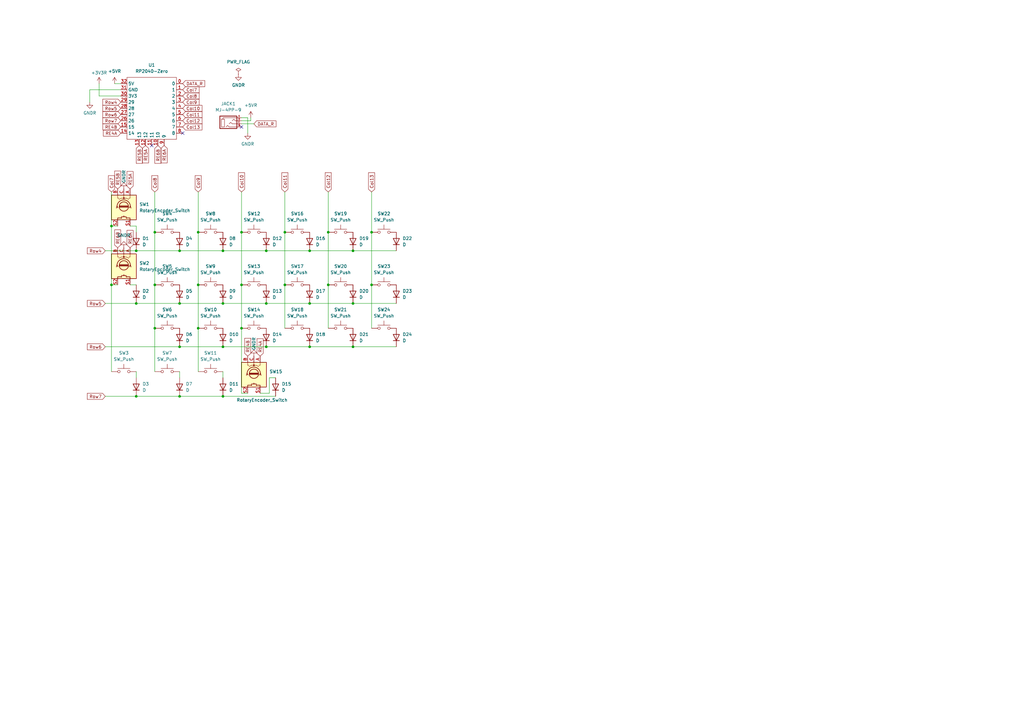
<source format=kicad_sch>
(kicad_sch (version 20231120) (generator "eeschema") (generator_version "8.0")
  (paper "A3")
  (lib_symbols
    (symbol "Device:D" (pin_numbers hide) (pin_names (offset 1.016) hide)
      (property "Reference" "D" (at 0 2.54 0))
      (property "Value" "D" (at 0 -2.54 0))
      (symbol "D_0_1"
        (polyline (pts (xy -1.27 1.27) (xy -1.27 -1.27)) (stroke (width 0.254)))
        (polyline (pts (xy 1.27 0) (xy -1.27 0)))
        (polyline (pts (xy 1.27 1.27) (xy 1.27 -1.27) (xy -1.27 0) (xy 1.27 1.27)) (stroke (width 0.254)))
      )
      (symbol "D_1_1"
        (pin passive line (at -3.81 0 0) (length 2.54) (name "K") (number "1"))
        (pin passive line (at 3.81 0 180) (length 2.54) (name "A") (number "2"))
      )
    )
    (symbol "Device:RotaryEncoder_Switch" (pin_names (offset 0.254) hide)
      (property "Reference" "SW" (at 0 6.604 0))
      (property "Value" "RotaryEncoder_Switch" (at 0 -6.604 0))
      (symbol "RotaryEncoder_Switch_0_1"
        (rectangle (start -5.08 5.08) (end 5.08 -5.08) (stroke (width 0.254)) (fill (type background)))
        (circle (center -3.81 0) (radius 0.254) (fill (type outline)))
        (circle (center -0.381 0) (radius 1.905) (stroke (width 0.254)))
        (arc (start -0.381 2.667) (mid -3.0988 -0.0635) (end -0.381 -2.794) (stroke (width 0.254)))
        (polyline (pts (xy -0.635 -1.778) (xy -0.635 1.778)) (stroke (width 0.254)))
        (polyline (pts (xy -0.381 -1.778) (xy -0.381 1.778)) (stroke (width 0.254)))
        (polyline (pts (xy -0.127 1.778) (xy -0.127 -1.778)) (stroke (width 0.254)))
        (polyline (pts (xy 3.81 0) (xy 3.429 0)) (stroke (width 0.254)))
        (polyline (pts (xy 3.81 1.016) (xy 3.81 -1.016)) (stroke (width 0.254)))
        (polyline (pts (xy -5.08 -2.54) (xy -3.81 -2.54) (xy -3.81 -2.032)))
        (polyline (pts (xy -5.08 2.54) (xy -3.81 2.54) (xy -3.81 2.032)))
        (polyline (pts (xy 0.254 -3.048) (xy -0.508 -2.794) (xy 0.127 -2.413)) (stroke (width 0.254)))
        (polyline (pts (xy 0.254 2.921) (xy -0.508 2.667) (xy 0.127 2.286)) (stroke (width 0.254)))
        (polyline (pts (xy 5.08 -2.54) (xy 4.318 -2.54) (xy 4.318 -1.016)) (stroke (width 0.254)))
        (polyline (pts (xy 5.08 2.54) (xy 4.318 2.54) (xy 4.318 1.016)) (stroke (width 0.254)))
        (polyline (pts (xy -5.08 0) (xy -3.81 0) (xy -3.81 -1.016) (xy -3.302 -2.032)))
        (polyline (pts (xy -4.318 0) (xy -3.81 0) (xy -3.81 1.016) (xy -3.302 2.032)))
        (circle (center 4.318 -1.016) (radius 0.127) (stroke (width 0.254)))
        (circle (center 4.318 1.016) (radius 0.127) (stroke (width 0.254)))
      )
      (symbol "RotaryEncoder_Switch_1_1"
        (pin passive line (at -7.62 2.54 0) (length 2.54) (name "A") (number "A"))
        (pin passive line (at -7.62 -2.54 0) (length 2.54) (name "B") (number "B"))
        (pin passive line (at -7.62 0 0) (length 2.54) (name "C") (number "C"))
        (pin passive line (at 7.62 2.54 180) (length 2.54) (name "S1") (number "S1"))
        (pin passive line (at 7.62 -2.54 180) (length 2.54) (name "S2") (number "S2"))
      )
    )
    (symbol "Switch:SW_Push" (pin_numbers hide) (pin_names (offset 1.016) hide)
      (property "Reference" "SW" (at 1.27 2.54 0))
      (property "Value" "SW_Push" (at 0 -1.524 0))
      (symbol "SW_Push_0_1"
        (circle (center -2.032 0) (radius 0.508))
        (polyline (pts (xy 0 1.27) (xy 0 3.048)))
        (polyline (pts (xy 2.54 1.27) (xy -2.54 1.27)))
        (circle (center 2.032 0) (radius 0.508))
        (pin passive line (at -5.08 0 0) (length 2.54) (name "1") (number "1"))
        (pin passive line (at 5.08 0 180) (length 2.54) (name "2") (number "2"))
      )
    )
    (symbol "isw-mcu:RP2040-Zero"
      (property "Reference" "U" (at 0 17.78 0))
      (property "Value" "RP2040-Zero" (at 0 15.24 0))
      (symbol "RP2040-Zero_0_1"
        (rectangle (start -10.16 12.7) (end 10.16 -12.7))
      )
      (symbol "RP2040-Zero_1_1"
        (pin tri_state line (at 12.7 10.16 180) (length 2.54) (name "0") (number "0"))
        (pin bidirectional line (at 12.7 7.62 180) (length 2.54) (name "1") (number "1"))
        (pin bidirectional line (at 2.54 -15.24 90) (length 2.54) (name "10") (number "10"))
        (pin bidirectional line (at 0 -15.24 90) (length 2.54) (name "11") (number "11"))
        (pin bidirectional line (at -2.54 -15.24 90) (length 2.54) (name "12") (number "12"))
        (pin bidirectional line (at -5.08 -15.24 90) (length 2.54) (name "13") (number "13"))
        (pin bidirectional line (at -12.7 -10.16 0) (length 2.54) (name "14") (number "14"))
        (pin bidirectional line (at -12.7 -7.62 0) (length 2.54) (name "15") (number "15"))
        (pin bidirectional line (at 12.7 5.08 180) (length 2.54) (name "2") (number "2"))
        (pin bidirectional line (at -12.7 -5.08 0) (length 2.54) (name "26") (number "26"))
        (pin bidirectional line (at -12.7 -2.54 0) (length 2.54) (name "27") (number "27"))
        (pin bidirectional line (at -12.7 0 0) (length 2.54) (name "28") (number "28"))
        (pin bidirectional line (at -12.7 2.54 0) (length 2.54) (name "29") (number "29"))
        (pin bidirectional line (at 12.7 2.54 180) (length 2.54) (name "3") (number "3"))
        (pin power_out line (at -12.7 5.08 0) (length 2.54) (name "3V3") (number "30"))
        (pin power_in line (at -12.7 7.62 0) (length 2.54) (name "GND") (number "31"))
        (pin power_out line (at -12.7 10.16 0) (length 2.54) (name "5V") (number "32"))
        (pin bidirectional line (at 12.7 0 180) (length 2.54) (name "4") (number "4"))
        (pin bidirectional line (at 12.7 -2.54 180) (length 2.54) (name "5") (number "5"))
        (pin bidirectional line (at 12.7 -5.08 180) (length 2.54) (name "6") (number "6"))
        (pin bidirectional line (at 12.7 -7.62 180) (length 2.54) (name "7") (number "7"))
        (pin bidirectional line (at 12.7 -10.16 180) (length 2.54) (name "8") (number "8"))
        (pin bidirectional line (at 5.08 -15.24 90) (length 2.54) (name "9") (number "9"))
      )
    )
    (symbol "kbd:+3V3R" (power) (pin_names (offset 0))
      (property "Value" "+3V3R" (at 0 3.556 0))
      (symbol "+3V3R_0_1"
        (polyline (pts (xy -0.762 1.27) (xy 0 2.54)))
        (polyline (pts (xy 0 0) (xy 0 2.54)))
        (polyline (pts (xy 0 2.54) (xy 0.762 1.27)))
      )
      (symbol "+3V3R_1_1"
        (pin power_in line (at 0 0 90) (length 0) hide (name "+3V3R") (number "1"))
      )
    )
    (symbol "kbd:+5VR" (power) (pin_names (offset 0))
      (property "Value" "+5VR" (at 0 3.556 0))
      (symbol "+5VR_0_1"
        (polyline (pts (xy -0.762 1.27) (xy 0 2.54)))
        (polyline (pts (xy 0 0) (xy 0 2.54)))
        (polyline (pts (xy 0 2.54) (xy 0.762 1.27)))
      )
      (symbol "+5VR_1_1"
        (pin power_in line (at 0 0 90) (length 0) hide (name "+5VR") (number "1"))
      )
    )
    (symbol "kbd:GNDR" (power) (pin_names (offset 0))
      (property "Value" "GNDR" (at 0 -3.81 0))
      (symbol "GNDR_0_1"
        (polyline (pts (xy 0 0) (xy 0 -1.27) (xy 1.27 -1.27) (xy 0 -2.54) (xy -1.27 -1.27) (xy 0 -1.27)))
      )
      (symbol "GNDR_1_1"
        (pin power_in line (at 0 0 270) (length 0) hide (name "GNDR") (number "1"))
      )
    )
    (symbol "kbd:MJ-4PP-9" (pin_names (offset 1.016))
      (property "Reference" "J" (at 0 3.81 0))
      (property "Value" "MJ-4PP-9" (at 0 -3.81 0))
      (symbol "MJ-4PP-9_0_1"
        (rectangle (start -1.905 -1.905) (end -3.175 1.27))
        (polyline (pts (xy -2.54 1.27) (xy -2.54 1.905) (xy 3.175 1.905)))
        (polyline (pts (xy -1.27 -1.905) (xy -0.635 -1.27) (xy 0 -1.905) (xy 3.175 -1.905)))
        (polyline (pts (xy 0 -0.635) (xy 0.635 0) (xy 1.27 -0.635) (xy 3.175 -0.635)))
        (polyline (pts (xy 1.27 0.635) (xy 1.905 1.27) (xy 2.54 0.635) (xy 3.175 0.635)))
        (rectangle (start 3.175 2.54) (end -3.81 -2.54) (stroke (width 0.3048)))
      )
      (symbol "MJ-4PP-9_1_1"
        (pin input line (at 5.08 1.905 180) (length 2.0066) (name "~") (number "A"))
        (pin input line (at 5.08 -1.905 180) (length 2.0066) (name "~") (number "B"))
        (pin input line (at 5.08 -0.635 180) (length 2.0066) (name "~") (number "C"))
        (pin input line (at 5.08 0.635 180) (length 2.0066) (name "~") (number "D"))
      )
    )
    (symbol "power:PWR_FLAG" (power) (pin_numbers hide) (pin_names (offset 0) hide)
      (property "Value" "PWR_FLAG" (at 0 3.81 0))
      (symbol "PWR_FLAG_0_0"
        (pin power_out line (at 0 0 90) (length 0) (name "~") (number "1"))
      )
      (symbol "PWR_FLAG_0_1"
        (polyline (pts (xy 0 0) (xy 0 1.27) (xy -1.016 1.905) (xy 0 2.54) (xy 1.016 1.905) (xy 0 1.27)))
      )
    )
  )
  (junction (at 91.44 162.56))
  (junction (at 116.84 116.84))
  (junction (at 99.06 95.25))
  (junction (at 109.22 102.87))
  (junction (at 55.88 162.56))
  (junction (at 63.5 116.84))
  (junction (at 45.72 116.84))
  (junction (at 81.28 134.62))
  (junction (at 45.72 92.71))
  (junction (at 127 142.24))
  (junction (at 109.22 142.24))
  (junction (at 91.44 102.87))
  (junction (at 109.22 124.46))
  (junction (at 99.06 134.62))
  (junction (at 134.62 116.84))
  (junction (at 63.5 95.25))
  (junction (at 144.78 142.24))
  (junction (at 144.78 124.46))
  (junction (at 91.44 124.46))
  (junction (at 81.28 95.25))
  (junction (at 152.4 95.25))
  (junction (at 55.88 102.87))
  (junction (at 134.62 95.25))
  (junction (at 127 102.87))
  (junction (at 81.28 116.84))
  (junction (at 73.66 102.87))
  (junction (at 99.06 116.84))
  (junction (at 116.84 95.25))
  (junction (at 73.66 124.46))
  (junction (at 127 124.46))
  (junction (at 73.66 142.24))
  (junction (at 91.44 142.24))
  (junction (at 144.78 102.87))
  (junction (at 63.5 134.62))
  (junction (at 55.88 124.46))
  (junction (at 73.66 162.56))
  (junction (at 152.4 116.84))
  (no_connect (at 99.06 52.07))
  (no_connect (at 62.23 59.69))
  (no_connect (at 74.93 54.61))
  (wire (pts (xy 134.62 116.84) (xy 134.62 134.62)))
  (wire (pts (xy 116.84 95.25) (xy 116.84 116.84)))
  (wire (pts (xy 99.06 95.25) (xy 99.06 116.84)))
  (wire (pts (xy 152.4 95.25) (xy 152.4 116.84)))
  (wire (pts (xy 99.06 48.26) (xy 101.6 48.26)))
  (wire (pts (xy 102.87 49.53) (xy 99.06 49.53)))
  (wire (pts (xy 43.18 142.24) (xy 73.66 142.24)))
  (wire (pts (xy 73.66 142.24) (xy 91.44 142.24)))
  (wire (pts (xy 81.28 134.62) (xy 81.28 152.4)))
  (wire (pts (xy 73.66 162.56) (xy 91.44 162.56)))
  (wire (pts (xy 45.72 92.71) (xy 48.26 92.71)))
  (wire (pts (xy 63.5 116.84) (xy 63.5 134.62)))
  (wire (pts (xy 99.06 78.74) (xy 99.06 95.25)))
  (wire (pts (xy 43.18 102.87) (xy 55.88 102.87)))
  (wire (pts (xy 43.18 124.46) (xy 55.88 124.46)))
  (wire (pts (xy 36.83 41.91) (xy 36.83 36.83)))
  (wire (pts (xy 45.72 78.74) (xy 45.72 92.71)))
  (wire (pts (xy 109.22 102.87) (xy 127 102.87)))
  (wire (pts (xy 127 124.46) (xy 144.78 124.46)))
  (wire (pts (xy 144.78 142.24) (xy 162.56 142.24)))
  (wire (pts (xy 116.84 78.74) (xy 116.84 95.25)))
  (wire (pts (xy 102.87 48.26) (xy 102.87 49.53)))
  (wire (pts (xy 110.49 161.29) (xy 106.68 161.29)))
  (wire (pts (xy 113.03 162.56) (xy 91.44 162.56)))
  (wire (pts (xy 73.66 124.46) (xy 91.44 124.46)))
  (wire (pts (xy 45.72 116.84) (xy 45.72 152.4)))
  (wire (pts (xy 127 142.24) (xy 144.78 142.24)))
  (wire (pts (xy 110.49 154.94) (xy 110.49 161.29)))
  (wire (pts (xy 109.22 124.46) (xy 127 124.46)))
  (wire (pts (xy 152.4 116.84) (xy 152.4 134.62)))
  (wire (pts (xy 36.83 36.83) (xy 49.53 36.83)))
  (wire (pts (xy 101.6 48.26) (xy 101.6 54.61)))
  (wire (pts (xy 152.4 78.74) (xy 152.4 95.25)))
  (wire (pts (xy 45.72 92.71) (xy 45.72 116.84)))
  (wire (pts (xy 55.88 102.87) (xy 73.66 102.87)))
  (wire (pts (xy 63.5 95.25) (xy 63.5 116.84)))
  (wire (pts (xy 55.88 124.46) (xy 73.66 124.46)))
  (wire (pts (xy 101.6 161.29) (xy 99.06 161.29)))
  (wire (pts (xy 43.18 162.56) (xy 55.88 162.56)))
  (wire (pts (xy 91.44 102.87) (xy 109.22 102.87)))
  (wire (pts (xy 45.72 116.84) (xy 48.26 116.84)))
  (wire (pts (xy 63.5 134.62) (xy 63.5 152.4)))
  (wire (pts (xy 40.64 39.37) (xy 49.53 39.37)))
  (wire (pts (xy 55.88 92.71) (xy 55.88 95.25)))
  (wire (pts (xy 144.78 124.46) (xy 162.56 124.46)))
  (wire (pts (xy 134.62 95.25) (xy 134.62 116.84)))
  (wire (pts (xy 53.34 116.84) (xy 55.88 116.84)))
  (wire (pts (xy 81.28 116.84) (xy 81.28 134.62)))
  (wire (pts (xy 55.88 162.56) (xy 73.66 162.56)))
  (wire (pts (xy 113.03 154.94) (xy 110.49 154.94)))
  (wire (pts (xy 109.22 142.24) (xy 127 142.24)))
  (wire (pts (xy 99.06 116.84) (xy 99.06 134.62)))
  (wire (pts (xy 91.44 142.24) (xy 109.22 142.24)))
  (wire (pts (xy 144.78 102.87) (xy 162.56 102.87)))
  (wire (pts (xy 53.34 92.71) (xy 55.88 92.71)))
  (wire (pts (xy 116.84 116.84) (xy 116.84 134.62)))
  (wire (pts (xy 81.28 95.25) (xy 81.28 116.84)))
  (wire (pts (xy 127 102.87) (xy 144.78 102.87)))
  (wire (pts (xy 73.66 102.87) (xy 91.44 102.87)))
  (wire (pts (xy 81.28 78.74) (xy 81.28 95.25)))
  (wire (pts (xy 99.06 134.62) (xy 99.06 161.29)))
  (wire (pts (xy 91.44 154.94) (xy 91.44 152.4)))
  (wire (pts (xy 73.66 154.94) (xy 73.66 152.4)))
  (wire (pts (xy 63.5 78.74) (xy 63.5 95.25)))
  (wire (pts (xy 46.99 34.29) (xy 49.53 34.29)))
  (wire (pts (xy 55.88 154.94) (xy 55.88 152.4)))
  (wire (pts (xy 134.62 78.74) (xy 134.62 95.25)))
  (wire (pts (xy 91.44 124.46) (xy 109.22 124.46)))
  (wire (pts (xy 99.06 50.8) (xy 104.14 50.8)))
  (wire (pts (xy 40.64 34.29) (xy 40.64 39.37)))
  (global_label "Row6" (shape input) (at 43.18 142.24 180) (property "Intersheetrefs" "${INTERSHEET_REFS}" (effects (hide yes))))
  (global_label "Col13" (shape input) (at 74.93 52.07 0) (property "Intersheetrefs" "${INTERSHEET_REFS}" (effects (hide yes))))
  (global_label "Col10" (shape input) (at 74.93 44.45 0) (property "Intersheetrefs" "${INTERSHEET_REFS}" (effects (hide yes))))
  (global_label "RE4A" (shape input) (at 49.53 54.61 180) (property "Intersheetrefs" "${INTERSHEET_REFS}" (effects (hide yes))))
  (global_label "Row4" (shape input) (at 49.53 41.91 180) (property "Intersheetrefs" "${INTERSHEET_REFS}" (effects (hide yes))))
  (global_label "Col8" (shape input) (at 74.93 39.37 0) (property "Intersheetrefs" "${INTERSHEET_REFS}" (effects (hide yes))))
  (global_label "Col9" (shape input) (at 74.93 41.91 0) (property "Intersheetrefs" "${INTERSHEET_REFS}" (effects (hide yes))))
  (global_label "Col7" (shape input) (at 74.93 36.83 0) (property "Intersheetrefs" "${INTERSHEET_REFS}" (effects (hide yes))))
  (global_label "DATA_R" (shape input) (at 104.14 50.8 0) (property "Intersheetrefs" "${INTERSHEET_REFS}" (effects (hide yes))))
  (global_label "RE6A" (shape input) (at 53.34 101.6 90) (property "Intersheetrefs" "${INTERSHEET_REFS}" (effects (hide yes))))
  (global_label "Row5" (shape input) (at 43.18 124.46 180) (property "Intersheetrefs" "${INTERSHEET_REFS}" (effects (hide yes))))
  (global_label "Row4" (shape input) (at 43.18 102.87 180) (property "Intersheetrefs" "${INTERSHEET_REFS}" (effects (hide yes))))
  (global_label "RE5A" (shape input) (at 53.34 77.47 90) (property "Intersheetrefs" "${INTERSHEET_REFS}" (effects (hide yes))))
  (global_label "Col11" (shape input) (at 116.84 78.74 90) (property "Intersheetrefs" "${INTERSHEET_REFS}" (effects (hide yes))))
  (global_label "RE6B" (shape input) (at 64.77 59.69 270) (property "Intersheetrefs" "${INTERSHEET_REFS}" (effects (hide yes))))
  (global_label "RE4B" (shape input) (at 49.53 52.07 180) (property "Intersheetrefs" "${INTERSHEET_REFS}" (effects (hide yes))))
  (global_label "Row5" (shape input) (at 49.53 44.45 180) (property "Intersheetrefs" "${INTERSHEET_REFS}" (effects (hide yes))))
  (global_label "RE6B" (shape input) (at 48.26 101.6 90) (property "Intersheetrefs" "${INTERSHEET_REFS}" (effects (hide yes))))
  (global_label "Col11" (shape input) (at 74.93 46.99 0) (property "Intersheetrefs" "${INTERSHEET_REFS}" (effects (hide yes))))
  (global_label "Col12" (shape input) (at 134.62 78.74 90) (property "Intersheetrefs" "${INTERSHEET_REFS}" (effects (hide yes))))
  (global_label "DATA_R" (shape input) (at 74.93 34.29 0) (property "Intersheetrefs" "${INTERSHEET_REFS}" (effects (hide yes))))
  (global_label "Col7" (shape input) (at 45.72 78.74 90) (property "Intersheetrefs" "${INTERSHEET_REFS}" (effects (hide yes))))
  (global_label "RE6A" (shape input) (at 67.31 59.69 270) (property "Intersheetrefs" "${INTERSHEET_REFS}" (effects (hide yes))))
  (global_label "Col12" (shape input) (at 74.93 49.53 0) (property "Intersheetrefs" "${INTERSHEET_REFS}" (effects (hide yes))))
  (global_label "RE5B" (shape input) (at 57.15 59.69 270) (property "Intersheetrefs" "${INTERSHEET_REFS}" (effects (hide yes))))
  (global_label "RE4B" (shape input) (at 101.6 146.05 90) (property "Intersheetrefs" "${INTERSHEET_REFS}" (effects (hide yes))))
  (global_label "Col13" (shape input) (at 152.4 78.74 90) (property "Intersheetrefs" "${INTERSHEET_REFS}" (effects (hide yes))))
  (global_label "Col9" (shape input) (at 81.28 78.74 90) (property "Intersheetrefs" "${INTERSHEET_REFS}" (effects (hide yes))))
  (global_label "Row7" (shape input) (at 43.18 162.56 180) (property "Intersheetrefs" "${INTERSHEET_REFS}" (effects (hide yes))))
  (global_label "Col10" (shape input) (at 99.06 78.74 90) (property "Intersheetrefs" "${INTERSHEET_REFS}" (effects (hide yes))))
  (global_label "RE4A" (shape input) (at 106.68 146.05 90) (property "Intersheetrefs" "${INTERSHEET_REFS}" (effects (hide yes))))
  (global_label "RE5A" (shape input) (at 59.69 59.69 270) (property "Intersheetrefs" "${INTERSHEET_REFS}" (effects (hide yes))))
  (global_label "RE5B" (shape input) (at 48.26 77.47 90) (property "Intersheetrefs" "${INTERSHEET_REFS}" (effects (hide yes))))
  (global_label "Row6" (shape input) (at 49.53 46.99 180) (property "Intersheetrefs" "${INTERSHEET_REFS}" (effects (hide yes))))
  (global_label "Row7" (shape input) (at 49.53 49.53 180) (property "Intersheetrefs" "${INTERSHEET_REFS}" (effects (hide yes))))
  (global_label "Col8" (shape input) (at 63.5 78.74 90) (property "Intersheetrefs" "${INTERSHEET_REFS}" (effects (hide yes))))
  (symbol (lib_id "Switch:SW_Push") (at 121.92 116.84 0) (unit 1)
    (property "Reference" "SW17" (at 121.92 109.22 0))
    (property "Value" "SW_Push" (at 121.92 111.76 0))
    (property "Footprint" "taka_lib:Kailh FullPOM MX_Hotswap" (effects (hide yes)))
    (property "Description" "Push button switch, generic, two pins" (effects (hide yes)))
  )
  (symbol (lib_id "Device:D") (at 162.56 99.06 90) (unit 1)
    (property "Reference" "D22" (at 165.1 97.7899 90) (effects (justify right)))
    (property "Value" "D" (at 165.1 100.3299 90) (effects (justify right)))
    (property "Footprint" "kbd_Parts:Diode_SMD" (effects (hide yes)))
    (property "Description" "Diode" (effects (hide yes)))
    (property "Sim.Device" "D" (effects (hide yes)))
    (property "Sim.Pins" "1=K 2=A" (effects (hide yes)))
  )
  (symbol (lib_id "Switch:SW_Push") (at 68.58 116.84 0) (unit 1)
    (property "Reference" "SW5" (at 68.58 109.22 0))
    (property "Value" "SW_Push" (at 68.58 111.76 0))
    (property "Footprint" "taka_lib:Kailh FullPOM MX_Hotswap" (effects (hide yes)))
    (property "Description" "Push button switch, generic, two pins" (effects (hide yes)))
  )
  (symbol (lib_id "Device:D") (at 162.56 120.65 90) (unit 1)
    (property "Reference" "D23" (at 165.1 119.3799 90) (effects (justify right)))
    (property "Value" "D" (at 165.1 121.9199 90) (effects (justify right)))
    (property "Footprint" "kbd_Parts:Diode_SMD" (effects (hide yes)))
    (property "Description" "Diode" (effects (hide yes)))
    (property "Sim.Device" "D" (effects (hide yes)))
    (property "Sim.Pins" "1=K 2=A" (effects (hide yes)))
  )
  (symbol (lib_id "Device:D") (at 91.44 158.75 90) (unit 1)
    (property "Reference" "D11" (at 93.98 157.4799 90) (effects (justify right)))
    (property "Value" "D" (at 93.98 160.0199 90) (effects (justify right)))
    (property "Footprint" "kbd_Parts:Diode_SMD" (effects (hide yes)))
    (property "Description" "Diode" (effects (hide yes)))
    (property "Sim.Device" "D" (effects (hide yes)))
    (property "Sim.Pins" "1=K 2=A" (effects (hide yes)))
  )
  (symbol (lib_id "kbd:GNDR") (at 50.8 77.47 180) (unit 1)
    (property "Reference" "#PWR04" (effects (hide yes)))
    (property "Value" "GNDR" (at 50.8 72.39 90))
  )
  (symbol (lib_id "kbd:MJ-4PP-9") (at 93.98 50.165 0) (unit 1)
    (property "Reference" "JACK1" (at 93.6625 42.545 0))
    (property "Value" "MJ-4PP-9" (at 93.6625 45.085 0))
    (property "Footprint" "taka_lib:TRRS_MJ-4PP-9_1" (effects (hide yes)))
  )
  (symbol (lib_id "kbd:GNDR") (at 50.8 101.6 180) (unit 1)
    (property "Reference" "#PWR05" (effects (hide yes)))
    (property "Value" "GNDR" (at 50.8 96.52 0))
  )
  (symbol (lib_id "Device:D") (at 127 99.06 90) (unit 1)
    (property "Reference" "D16" (at 129.54 97.7899 90) (effects (justify right)))
    (property "Value" "D" (at 129.54 100.3299 90) (effects (justify right)))
    (property "Footprint" "kbd_Parts:Diode_SMD" (effects (hide yes)))
    (property "Description" "Diode" (effects (hide yes)))
    (property "Sim.Device" "D" (effects (hide yes)))
    (property "Sim.Pins" "1=K 2=A" (effects (hide yes)))
  )
  (symbol (lib_id "Switch:SW_Push") (at 139.7 116.84 0) (unit 1)
    (property "Reference" "SW20" (at 139.7 109.22 0))
    (property "Value" "SW_Push" (at 139.7 111.76 0))
    (property "Footprint" "taka_lib:Kailh FullPOM MX_Hotswap" (effects (hide yes)))
    (property "Description" "Push button switch, generic, two pins" (effects (hide yes)))
  )
  (symbol (lib_id "Switch:SW_Push") (at 68.58 134.62 0) (unit 1)
    (property "Reference" "SW6" (at 68.58 127 0))
    (property "Value" "SW_Push" (at 68.58 129.54 0))
    (property "Footprint" "taka_lib:Kailh FullPOM MX_Hotswap" (effects (hide yes)))
    (property "Description" "Push button switch, generic, two pins" (effects (hide yes)))
  )
  (symbol (lib_id "Device:D") (at 55.88 158.75 90) (unit 1)
    (property "Reference" "D3" (at 58.42 157.4799 90) (effects (justify right)))
    (property "Value" "D" (at 58.42 160.0199 90) (effects (justify right)))
    (property "Footprint" "kbd_Parts:Diode_SMD" (effects (hide yes)))
    (property "Description" "Diode" (effects (hide yes)))
    (property "Sim.Device" "D" (effects (hide yes)))
    (property "Sim.Pins" "1=K 2=A" (effects (hide yes)))
  )
  (symbol (lib_id "Switch:SW_Push") (at 104.14 95.25 0) (unit 1)
    (property "Reference" "SW12" (at 104.14 87.63 0))
    (property "Value" "SW_Push" (at 104.14 90.17 0))
    (property "Footprint" "taka_lib:Kailh FullPOM MX_Hotswap" (effects (hide yes)))
    (property "Description" "Push button switch, generic, two pins" (effects (hide yes)))
  )
  (symbol (lib_id "Switch:SW_Push") (at 121.92 95.25 0) (unit 1)
    (property "Reference" "SW16" (at 121.92 87.63 0))
    (property "Value" "SW_Push" (at 121.92 90.17 0))
    (property "Footprint" "taka_lib:Kailh FullPOM MX_Hotswap" (effects (hide yes)))
    (property "Description" "Push button switch, generic, two pins" (effects (hide yes)))
  )
  (symbol (lib_id "Device:RotaryEncoder_Switch") (at 50.8 85.09 270) (unit 1)
    (property "Reference" "SW1" (at 57.15 83.8199 90) (effects (justify left)))
    (property "Value" "RotaryEncoder_Switch" (at 57.15 86.36 90) (effects (justify left)))
    (property "Footprint" "taka_lib:Kailh FullPOM MX_Hotswap_RE" (effects (hide yes)))
    (property "Description" "Rotary encoder, dual channel, incremental quadrate outputs, with switch" (effects (hide yes)))
  )
  (symbol (lib_id "Switch:SW_Push") (at 104.14 116.84 0) (unit 1)
    (property "Reference" "SW13" (at 104.14 109.22 0))
    (property "Value" "SW_Push" (at 104.14 111.76 0))
    (property "Footprint" "taka_lib:Kailh FullPOM MX_Hotswap" (effects (hide yes)))
    (property "Description" "Push button switch, generic, two pins" (effects (hide yes)))
  )
  (symbol (lib_id "kbd:+5VR") (at 102.87 48.26 0) (unit 1)
    (property "Reference" "#PWR08" (effects (hide yes)))
    (property "Value" "+5VR" (at 102.87 43.18 0))
  )
  (symbol (lib_id "Device:D") (at 109.22 99.06 90) (unit 1)
    (property "Reference" "D12" (at 111.76 97.7899 90) (effects (justify right)))
    (property "Value" "D" (at 111.76 100.3299 90) (effects (justify right)))
    (property "Footprint" "kbd_Parts:Diode_SMD" (effects (hide yes)))
    (property "Description" "Diode" (effects (hide yes)))
    (property "Sim.Device" "D" (effects (hide yes)))
    (property "Sim.Pins" "1=K 2=A" (effects (hide yes)))
  )
  (symbol (lib_id "Device:RotaryEncoder_Switch") (at 104.14 153.67 270) (unit 1)
    (property "Reference" "SW15" (at 110.49 152.3999 90) (effects (justify left)))
    (property "Value" "RotaryEncoder_Switch" (at 97.028 164.084 90) (effects (justify left)))
    (property "Footprint" "taka_lib:Kailh FullPOM MX_Hotswap_RE" (effects (hide yes)))
    (property "Description" "Rotary encoder, dual channel, incremental quadrate outputs, with switch" (effects (hide yes)))
  )
  (symbol (lib_id "Device:D") (at 91.44 99.06 90) (unit 1)
    (property "Reference" "D8" (at 93.98 97.7899 90) (effects (justify right)))
    (property "Value" "D" (at 93.98 100.3299 90) (effects (justify right)))
    (property "Footprint" "kbd_Parts:Diode_SMD" (effects (hide yes)))
    (property "Description" "Diode" (effects (hide yes)))
    (property "Sim.Device" "D" (effects (hide yes)))
    (property "Sim.Pins" "1=K 2=A" (effects (hide yes)))
  )
  (symbol (lib_id "Switch:SW_Push") (at 157.48 134.62 0) (unit 1)
    (property "Reference" "SW24" (at 157.48 127 0))
    (property "Value" "SW_Push" (at 157.48 129.54 0))
    (property "Footprint" "taka_lib:Kailh FullPOM MX_Hotswap" (effects (hide yes)))
    (property "Description" "Push button switch, generic, two pins" (effects (hide yes)))
  )
  (symbol (lib_id "Device:D") (at 55.88 99.06 90) (unit 1)
    (property "Reference" "D1" (at 58.42 97.7899 90) (effects (justify right)))
    (property "Value" "D" (at 58.42 100.3299 90) (effects (justify right)))
    (property "Footprint" "kbd_Parts:Diode_SMD" (effects (hide yes)))
    (property "Description" "Diode" (effects (hide yes)))
    (property "Sim.Device" "D" (effects (hide yes)))
    (property "Sim.Pins" "1=K 2=A" (effects (hide yes)))
  )
  (symbol (lib_id "Device:D") (at 73.66 120.65 90) (unit 1)
    (property "Reference" "D5" (at 76.2 119.3799 90) (effects (justify right)))
    (property "Value" "D" (at 76.2 121.9199 90) (effects (justify right)))
    (property "Footprint" "kbd_Parts:Diode_SMD" (effects (hide yes)))
    (property "Description" "Diode" (effects (hide yes)))
    (property "Sim.Device" "D" (effects (hide yes)))
    (property "Sim.Pins" "1=K 2=A" (effects (hide yes)))
  )
  (symbol (lib_id "Switch:SW_Push") (at 68.58 152.4 0) (unit 1)
    (property "Reference" "SW7" (at 68.58 144.78 0))
    (property "Value" "SW_Push" (at 68.58 147.32 0))
    (property "Footprint" "taka_lib:Kailh FullPOM MX_Hotswap" (effects (hide yes)))
    (property "Description" "Push button switch, generic, two pins" (effects (hide yes)))
  )
  (symbol (lib_id "kbd:+5VR") (at 46.99 34.29 0) (unit 1)
    (property "Reference" "#PWR03" (effects (hide yes)))
    (property "Value" "+5VR" (at 46.99 29.21 0))
  )
  (symbol (lib_id "kbd:+3V3R") (at 40.64 34.29 0) (unit 1)
    (property "Reference" "#PWR02" (effects (hide yes)))
    (property "Value" "+3V3R" (at 40.64 29.845 0))
  )
  (symbol (lib_id "Device:D") (at 73.66 158.75 90) (unit 1)
    (property "Reference" "D7" (at 76.2 157.4799 90) (effects (justify right)))
    (property "Value" "D" (at 76.2 160.0199 90) (effects (justify right)))
    (property "Footprint" "kbd_Parts:Diode_SMD" (effects (hide yes)))
    (property "Description" "Diode" (effects (hide yes)))
    (property "Sim.Device" "D" (effects (hide yes)))
    (property "Sim.Pins" "1=K 2=A" (effects (hide yes)))
  )
  (symbol (lib_id "Device:D") (at 109.22 138.43 90) (unit 1)
    (property "Reference" "D14" (at 111.76 137.1599 90) (effects (justify right)))
    (property "Value" "D" (at 111.76 139.6999 90) (effects (justify right)))
    (property "Footprint" "kbd_Parts:Diode_SMD" (effects (hide yes)))
    (property "Description" "Diode" (effects (hide yes)))
    (property "Sim.Device" "D" (effects (hide yes)))
    (property "Sim.Pins" "1=K 2=A" (effects (hide yes)))
  )
  (symbol (lib_id "Switch:SW_Push") (at 86.36 116.84 0) (unit 1)
    (property "Reference" "SW9" (at 86.36 109.22 0))
    (property "Value" "SW_Push" (at 86.36 111.76 0))
    (property "Footprint" "taka_lib:Kailh FullPOM MX_Hotswap" (effects (hide yes)))
    (property "Description" "Push button switch, generic, two pins" (effects (hide yes)))
  )
  (symbol (lib_id "isw-mcu:RP2040-Zero") (at 62.23 44.45 0) (unit 1)
    (property "Reference" "U1" (at 62.23 26.67 0))
    (property "Value" "RP2040-Zero" (at 62.23 29.21 0))
    (property "Footprint" "taka_lib:RP2040 Zero" (effects (hide yes)))
  )
  (symbol (lib_id "Switch:SW_Push") (at 86.36 152.4 0) (unit 1)
    (property "Reference" "SW11" (at 86.36 144.78 0))
    (property "Value" "SW_Push" (at 86.36 147.32 0))
    (property "Footprint" "taka_lib:Kailh FullPOM MX_Hotswap" (effects (hide yes)))
    (property "Description" "Push button switch, generic, two pins" (effects (hide yes)))
  )
  (symbol (lib_id "Switch:SW_Push") (at 139.7 95.25 0) (unit 1)
    (property "Reference" "SW19" (at 139.7 87.63 0))
    (property "Value" "SW_Push" (at 139.7 90.17 0))
    (property "Footprint" "taka_lib:Kailh FullPOM MX_Hotswap" (effects (hide yes)))
    (property "Description" "Push button switch, generic, two pins" (effects (hide yes)))
  )
  (symbol (lib_id "power:PWR_FLAG") (at 97.79 30.48 0) (unit 1)
    (property "Reference" "#FLG01" (effects (hide yes)))
    (property "Value" "PWR_FLAG" (at 97.79 25.4 0))
    (property "Description" "Special symbol for telling ERC where power comes from" (effects (hide yes)))
  )
  (symbol (lib_id "Device:D") (at 73.66 138.43 90) (unit 1)
    (property "Reference" "D6" (at 76.2 137.1599 90) (effects (justify right)))
    (property "Value" "D" (at 76.2 139.6999 90) (effects (justify right)))
    (property "Footprint" "kbd_Parts:Diode_SMD" (effects (hide yes)))
    (property "Description" "Diode" (effects (hide yes)))
    (property "Sim.Device" "D" (effects (hide yes)))
    (property "Sim.Pins" "1=K 2=A" (effects (hide yes)))
  )
  (symbol (lib_id "kbd:GNDR") (at 104.14 146.05 180) (unit 1)
    (property "Reference" "#PWR09" (effects (hide yes)))
    (property "Value" "GNDR" (at 104.14 140.97 90))
  )
  (symbol (lib_id "Device:D") (at 162.56 138.43 90) (unit 1)
    (property "Reference" "D24" (at 165.1 137.1599 90) (effects (justify right)))
    (property "Value" "D" (at 165.1 139.6999 90) (effects (justify right)))
    (property "Footprint" "kbd_Parts:Diode_SMD" (effects (hide yes)))
    (property "Description" "Diode" (effects (hide yes)))
    (property "Sim.Device" "D" (effects (hide yes)))
    (property "Sim.Pins" "1=K 2=A" (effects (hide yes)))
  )
  (symbol (lib_id "Device:D") (at 144.78 138.43 90) (unit 1)
    (property "Reference" "D21" (at 147.32 137.1599 90) (effects (justify right)))
    (property "Value" "D" (at 147.32 139.6999 90) (effects (justify right)))
    (property "Footprint" "kbd_Parts:Diode_SMD" (effects (hide yes)))
    (property "Description" "Diode" (effects (hide yes)))
    (property "Sim.Device" "D" (effects (hide yes)))
    (property "Sim.Pins" "1=K 2=A" (effects (hide yes)))
  )
  (symbol (lib_id "Switch:SW_Push") (at 139.7 134.62 0) (unit 1)
    (property "Reference" "SW21" (at 139.7 127 0))
    (property "Value" "SW_Push" (at 139.7 129.54 0))
    (property "Footprint" "taka_lib:Kailh FullPOM MX_Hotswap" (effects (hide yes)))
    (property "Description" "Push button switch, generic, two pins" (effects (hide yes)))
  )
  (symbol (lib_id "kbd:GNDR") (at 101.6 54.61 0) (unit 1)
    (property "Reference" "#PWR07" (effects (hide yes)))
    (property "Value" "GNDR" (at 101.6 59.055 0))
  )
  (symbol (lib_id "Device:D") (at 91.44 120.65 90) (unit 1)
    (property "Reference" "D9" (at 93.98 119.3799 90) (effects (justify right)))
    (property "Value" "D" (at 93.98 121.9199 90) (effects (justify right)))
    (property "Footprint" "kbd_Parts:Diode_SMD" (effects (hide yes)))
    (property "Description" "Diode" (effects (hide yes)))
    (property "Sim.Device" "D" (effects (hide yes)))
    (property "Sim.Pins" "1=K 2=A" (effects (hide yes)))
  )
  (symbol (lib_id "Switch:SW_Push") (at 121.92 134.62 0) (unit 1)
    (property "Reference" "SW18" (at 121.92 127 0))
    (property "Value" "SW_Push" (at 121.92 129.54 0))
    (property "Footprint" "taka_lib:Kailh FullPOM MX_Hotswap" (effects (hide yes)))
    (property "Description" "Push button switch, generic, two pins" (effects (hide yes)))
  )
  (symbol (lib_id "kbd:GNDR") (at 97.79 30.48 0) (unit 1)
    (property "Reference" "#PWR06" (effects (hide yes)))
    (property "Value" "GNDR" (at 97.79 34.925 0))
  )
  (symbol (lib_id "Switch:SW_Push") (at 86.36 95.25 0) (unit 1)
    (property "Reference" "SW8" (at 86.36 87.63 0))
    (property "Value" "SW_Push" (at 86.36 90.17 0))
    (property "Footprint" "taka_lib:Kailh FullPOM MX_Hotswap" (effects (hide yes)))
    (property "Description" "Push button switch, generic, two pins" (effects (hide yes)))
  )
  (symbol (lib_id "Device:D") (at 127 138.43 90) (unit 1)
    (property "Reference" "D18" (at 129.54 137.1599 90) (effects (justify right)))
    (property "Value" "D" (at 129.54 139.6999 90) (effects (justify right)))
    (property "Footprint" "kbd_Parts:Diode_SMD" (effects (hide yes)))
    (property "Description" "Diode" (effects (hide yes)))
    (property "Sim.Device" "D" (effects (hide yes)))
    (property "Sim.Pins" "1=K 2=A" (effects (hide yes)))
  )
  (symbol (lib_id "Switch:SW_Push") (at 157.48 116.84 0) (unit 1)
    (property "Reference" "SW23" (at 157.48 109.22 0))
    (property "Value" "SW_Push" (at 157.48 111.76 0))
    (property "Footprint" "taka_lib:Kailh FullPOM MX_Hotswap" (effects (hide yes)))
    (property "Description" "Push button switch, generic, two pins" (effects (hide yes)))
  )
  (symbol (lib_id "Device:D") (at 109.22 120.65 90) (unit 1)
    (property "Reference" "D13" (at 111.76 119.3799 90) (effects (justify right)))
    (property "Value" "D" (at 111.76 121.9199 90) (effects (justify right)))
    (property "Footprint" "kbd_Parts:Diode_SMD" (effects (hide yes)))
    (property "Description" "Diode" (effects (hide yes)))
    (property "Sim.Device" "D" (effects (hide yes)))
    (property "Sim.Pins" "1=K 2=A" (effects (hide yes)))
  )
  (symbol (lib_id "Switch:SW_Push") (at 104.14 134.62 0) (unit 1)
    (property "Reference" "SW14" (at 104.14 127 0))
    (property "Value" "SW_Push" (at 104.14 129.54 0))
    (property "Footprint" "taka_lib:Kailh FullPOM MX_Hotswap" (effects (hide yes)))
    (property "Description" "Push button switch, generic, two pins" (effects (hide yes)))
  )
  (symbol (lib_id "Device:D") (at 127 120.65 90) (unit 1)
    (property "Reference" "D17" (at 129.54 119.3799 90) (effects (justify right)))
    (property "Value" "D" (at 129.54 121.9199 90) (effects (justify right)))
    (property "Footprint" "kbd_Parts:Diode_SMD" (effects (hide yes)))
    (property "Description" "Diode" (effects (hide yes)))
    (property "Sim.Device" "D" (effects (hide yes)))
    (property "Sim.Pins" "1=K 2=A" (effects (hide yes)))
  )
  (symbol (lib_id "Device:D") (at 144.78 99.06 90) (unit 1)
    (property "Reference" "D19" (at 147.32 97.7899 90) (effects (justify right)))
    (property "Value" "D" (at 147.32 100.3299 90) (effects (justify right)))
    (property "Footprint" "kbd_Parts:Diode_SMD" (effects (hide yes)))
    (property "Description" "Diode" (effects (hide yes)))
    (property "Sim.Device" "D" (effects (hide yes)))
    (property "Sim.Pins" "1=K 2=A" (effects (hide yes)))
  )
  (symbol (lib_id "kbd:GNDR") (at 36.83 41.91 0) (unit 1)
    (property "Reference" "#PWR01" (effects (hide yes)))
    (property "Value" "GNDR" (at 36.83 46.355 0))
  )
  (symbol (lib_id "Switch:SW_Push") (at 157.48 95.25 0) (unit 1)
    (property "Reference" "SW22" (at 157.48 87.63 0))
    (property "Value" "SW_Push" (at 157.48 90.17 0))
    (property "Footprint" "taka_lib:Kailh FullPOM MX_Hotswap" (effects (hide yes)))
    (property "Description" "Push button switch, generic, two pins" (effects (hide yes)))
  )
  (symbol (lib_id "Device:D") (at 113.03 158.75 90) (unit 1)
    (property "Reference" "D15" (at 115.57 157.4799 90) (effects (justify right)))
    (property "Value" "D" (at 115.57 160.0199 90) (effects (justify right)))
    (property "Footprint" "kbd_Parts:Diode_SMD" (effects (hide yes)))
    (property "Description" "Diode" (effects (hide yes)))
    (property "Sim.Device" "D" (effects (hide yes)))
    (property "Sim.Pins" "1=K 2=A" (effects (hide yes)))
  )
  (symbol (lib_id "Device:RotaryEncoder_Switch") (at 50.8 109.22 270) (unit 1)
    (property "Reference" "SW2" (at 57.15 107.9499 90) (effects (justify left)))
    (property "Value" "RotaryEncoder_Switch" (at 57.15 110.49 90) (effects (justify left)))
    (property "Footprint" "taka_lib:Kailh FullPOM MX_Hotswap_RE" (effects (hide yes)))
    (property "Description" "Rotary encoder, dual channel, incremental quadrate outputs, with switch" (effects (hide yes)))
  )
  (symbol (lib_id "Device:D") (at 55.88 120.65 90) (unit 1)
    (property "Reference" "D2" (at 58.42 119.3799 90) (effects (justify right)))
    (property "Value" "D" (at 58.42 121.9199 90) (effects (justify right)))
    (property "Footprint" "kbd_Parts:Diode_SMD" (effects (hide yes)))
    (property "Description" "Diode" (effects (hide yes)))
    (property "Sim.Device" "D" (effects (hide yes)))
    (property "Sim.Pins" "1=K 2=A" (effects (hide yes)))
  )
  (symbol (lib_id "Switch:SW_Push") (at 86.36 134.62 0) (unit 1)
    (property "Reference" "SW10" (at 86.36 127 0))
    (property "Value" "SW_Push" (at 86.36 129.54 0))
    (property "Footprint" "taka_lib:Kailh FullPOM MX_Hotswap" (effects (hide yes)))
    (property "Description" "Push button switch, generic, two pins" (effects (hide yes)))
  )
  (symbol (lib_id "Switch:SW_Push") (at 68.58 95.25 0) (unit 1)
    (property "Reference" "SW4" (at 68.58 87.63 0))
    (property "Value" "SW_Push" (at 68.58 90.17 0))
    (property "Footprint" "taka_lib:Kailh FullPOM MX_Hotswap" (effects (hide yes)))
    (property "Description" "Push button switch, generic, two pins" (effects (hide yes)))
  )
  (symbol (lib_id "Device:D") (at 144.78 120.65 90) (unit 1)
    (property "Reference" "D20" (at 147.32 119.3799 90) (effects (justify right)))
    (property "Value" "D" (at 147.32 121.9199 90) (effects (justify right)))
    (property "Footprint" "kbd_Parts:Diode_SMD" (effects (hide yes)))
    (property "Description" "Diode" (effects (hide yes)))
    (property "Sim.Device" "D" (effects (hide yes)))
    (property "Sim.Pins" "1=K 2=A" (effects (hide yes)))
  )
  (symbol (lib_id "Device:D") (at 73.66 99.06 90) (unit 1)
    (property "Reference" "D4" (at 76.2 97.7899 90) (effects (justify right)))
    (property "Value" "D" (at 76.2 100.3299 90) (effects (justify right)))
    (property "Footprint" "kbd_Parts:Diode_SMD" (effects (hide yes)))
    (property "Description" "Diode" (effects (hide yes)))
    (property "Sim.Device" "D" (effects (hide yes)))
    (property "Sim.Pins" "1=K 2=A" (effects (hide yes)))
  )
  (symbol (lib_id "Device:D") (at 91.44 138.43 90) (unit 1)
    (property "Reference" "D10" (at 93.98 137.1599 90) (effects (justify right)))
    (property "Value" "D" (at 93.98 139.6999 90) (effects (justify right)))
    (property "Footprint" "kbd_Parts:Diode_SMD" (effects (hide yes)))
    (property "Description" "Diode" (effects (hide yes)))
    (property "Sim.Device" "D" (effects (hide yes)))
    (property "Sim.Pins" "1=K 2=A" (effects (hide yes)))
  )
  (symbol (lib_id "Switch:SW_Push") (at 50.8 152.4 0) (unit 1)
    (property "Reference" "SW3" (at 50.8 144.78 0))
    (property "Value" "SW_Push" (at 50.8 147.32 0))
    (property "Footprint" "taka_lib:Kailh FullPOM MX_Hotswap" (effects (hide yes)))
    (property "Description" "Push button switch, generic, two pins" (effects (hide yes)))
  )
)
</source>
